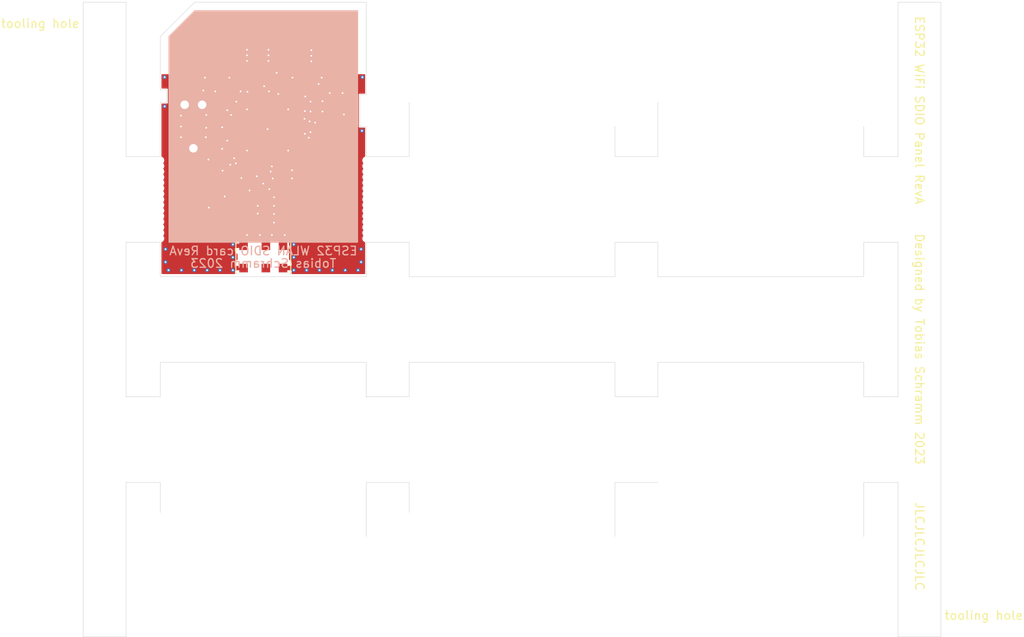
<source format=kicad_pcb>
(kicad_pcb (version 20211014) (generator pcbnew)
  (layers (0 "F.Cu" signal) (1 "In1.Cu" power "GND") (2 "In2.Cu" power "VCC") (31 "B.Cu" signal) (34 "B.Paste" user) (35 "F.Paste" user) (36 "B.SilkS" user "B.Silkscreen") (37 "F.SilkS" user "F.Silkscreen") (38 "B.Mask" user) (39 "F.Mask" user) (44 "Edge.Cuts" user))
  (net 0 "")
  (net 1 "/Adapter 1/EN")
  (net 2 "GND")
  (net 3 "+3V3")
  (net 4 "Net-(J1-Pad8)")
  (net 5 "/Adapter 1/DAT0")
  (net 6 "/Adapter 1/CLK")
  (net 7 "/Adapter 1/CMD")
  (net 8 "/Adapter 1/DAT3")
  (net 9 "/Adapter 1/DAT2")
  (net 10 "/Adapter 1/DAT1")
  (net 11 "Net-(J1-Pad9)")
  (net 12 "Net-(J1-Pad1)")
  (net 13 "Net-(J1-Pad2)")
  (net 14 "Net-(R12-Pad2)")
  (net 15 "Net-(J1-Pad5)")
  (net 16 "Net-(J1-Pad7)")
  (net 28 "/Adapter 1/IO0")
  (net 42 "/Adapter 1/RXD")
  (net 43 "/Adapter 1/TXD")
  (net 49 "Net-(AE1-Pad1)")
  (net 50 "Net-(R15-Pad1)")
  (net 51 "Net-(C8-Pad1)")
  (net 52 "Net-(J2-Pad1)")
  (footprint "Resistor_SMD:R_0402_1005Metric" (layer "F.Cu") (at 108.5 109.3 90)
    (fp_text reference "R7" hide)
    (fp_text value "33R")
  )
  (footprint "Connector_PCB_Edge_SD:SD" (layer "F.Cu") (at 105 100)
    (fp_text reference "J1" hide)
    (fp_text value "SD_Card")
    (fp_line (start 24 0) (end 24 10.8) (layer "Edge.Cuts") (width 0.05))
    (fp_line (start 0 4) (end 4 0) (layer "Edge.Cuts") (width 0.05))
    (fp_line (start 0.75 10.2) (end 0 10.2) (layer "Edge.Cuts") (width 0.05))
    (fp_line (start 0 11.7) (end 0.75 11.7) (layer "Edge.Cuts") (width 0.05))
    (fp_line (start 4 0) (end 24 0) (layer "Edge.Cuts") (width 0.05))
    (fp_line (start 0 10.2) (end 0 4) (layer "Edge.Cuts") (width 0.05))
    (fp_line (start 23.25 10.8) (end 23.25 14.5) (layer "Edge.Cuts") (width 0.05))
    (fp_line (start 24 10.8) (end 23.25 10.8) (layer "Edge.Cuts") (width 0.05))
    (fp_line (start 24 14.5) (end 23.25 14.5) (layer "Edge.Cuts") (width 0.05))
    (fp_line (start 0.75 11.7) (end 0.75 10.2) (layer "Edge.Cuts") (width 0.05))
  )
  (footprint "Perforation:Perforation_0.4mm" (layer "F.Cu") (at 105 127.55)
    (fp_text reference "H15" hide)
    (fp_text value "MountingHole" hide)
  )
  (footprint "Perforation:Perforation_0.4mm" (layer "F.Cu") (at 105 126.25)
    (fp_text reference "H13" hide)
    (fp_text value "MountingHole" hide)
  )
  (footprint "Perforation:Perforation_0.4mm" (layer "F.Cu") (at 105 124.95)
    (fp_text reference "H11" hide)
    (fp_text value "MountingHole" hide)
  )
  (footprint "Perforation:Perforation_0.4mm" (layer "F.Cu") (at 105 124.3)
    (fp_text reference "H10" hide)
    (fp_text value "MountingHole" hide)
  )
  (footprint "Perforation:Perforation_0.4mm" (layer "F.Cu") (at 105 123.65)
    (fp_text reference "H9" hide)
    (fp_text value "MountingHole" hide)
  )
  (footprint "Perforation:Perforation_0.4mm" (layer "F.Cu") (at 105 122.35)
    (fp_text reference "H7" hide)
    (fp_text value "MountingHole" hide)
  )
  (footprint "Perforation:Perforation_0.4mm" (layer "F.Cu") (at 105 126.9)
    (fp_text reference "H14" hide)
    (fp_text value "MountingHole" hide)
  )
  (footprint "Perforation:Perforation_0.4mm" (layer "F.Cu") (at 105 123)
    (fp_text reference "H8" hide)
    (fp_text value "MountingHole" hide)
  )
  (footprint "Perforation:Perforation_0.4mm" (layer "F.Cu") (at 105 125.6)
    (fp_text reference "H12" hide)
    (fp_text value "MountingHole" hide)
  )
  (footprint "Perforation:Perforation_0.4mm" (layer "F.Cu") (at 105 118.45)
    (fp_text reference "H1" hide)
    (fp_text value "MountingHole" hide)
  )
  (footprint "Perforation:Perforation_0.4mm" (layer "F.Cu") (at 129 121.05)
    (fp_text reference "H20" hide)
    (fp_text value "MountingHole" hide)
  )
  (footprint "Perforation:Perforation_0.4mm" (layer "F.Cu") (at 129 127.55)
    (fp_text reference "H30" hide)
    (fp_text value "MountingHole" hide)
  )
  (footprint "Perforation:Perforation_0.4mm" (layer "F.Cu") (at 129 126.9)
    (fp_text reference "H29" hide)
    (fp_text value "MountingHole" hide)
  )
  (footprint "Perforation:Perforation_0.4mm" (layer "F.Cu") (at 129 124.95)
    (fp_text reference "H26" hide)
    (fp_text value "MountingHole" hide)
  )
  (footprint "Perforation:Perforation_0.4mm" (layer "F.Cu") (at 129 123.65)
    (fp_text reference "H24" hide)
    (fp_text value "MountingHole" hide)
  )
  (footprint "Perforation:Perforation_0.4mm" (layer "F.Cu") (at 129 121.7)
    (fp_text reference "H21" hide)
    (fp_text value "MountingHole" hide)
  )
  (footprint "Perforation:Perforation_0.4mm" (layer "F.Cu") (at 129 124.3)
    (fp_text reference "H25" hide)
    (fp_text value "MountingHole" hide)
  )
  (footprint "Perforation:Perforation_0.4mm" (layer "F.Cu") (at 129 123)
    (fp_text reference "H23" hide)
    (fp_text value "MountingHole" hide)
  )
  (footprint "Perforation:Perforation_0.4mm" (layer "F.Cu") (at 129 126.25)
    (fp_text reference "H28" hide)
    (fp_text value "MountingHole" hide)
  )
  (footprint "Perforation:Perforation_0.4mm" (layer "F.Cu") (at 129 119.1)
    (fp_text reference "H17" hide)
    (fp_text value "MountingHole" hide)
  )
  (footprint "Perforation:Perforation_0.4mm" (layer "F.Cu") (at 129 120.4)
    (fp_text reference "H19" hide)
    (fp_text value "MountingHole" hide)
  )
  (footprint "Perforation:Perforation_0.4mm" (layer "F.Cu") (at 129 125.6)
    (fp_text reference "H27" hide)
    (fp_text value "MountingHole" hide)
  )
  (footprint "Perforation:Perforation_0.4mm" (layer "F.Cu") (at 129 119.75)
    (fp_text reference "H18" hide)
    (fp_text value "MountingHole" hide)
  )
  (footprint "Perforation:Perforation_0.4mm" (layer "F.Cu") (at 129 122.35)
    (fp_text reference "H22" hide)
    (fp_text value "MountingHole" hide)
  )
  (footprint "ToolingHole:ToolingHole_JLCSMT" (layer "F.Cu") (at 98.5 102.5)
    (fp_text reference "H181" hide)
    (fp_text value "MountingHole")
  )
  (footprint "ToolingHole:ToolingHole_JLCSMT" (layer "F.Cu") (at 193.5 171.5)
    (fp_text reference "H182" hide)
    (fp_text value "MountingHole")
  )
  (footprint "Resistor_SMD:R_0402_1005Metric" (layer "F.Cu") (at 115.6 120.76826 -45)
    (fp_text reference "R15" hide)
    (fp_text value "0R")
  )
  (footprint "Capacitor_SMD:C_0402_1005Metric" (layer "F.Cu") (at 112.8 111.6 90)
    (fp_text reference "C7" hide)
    (fp_text value "100nF")
  )
  (footprint "Icons:wlan_sd" (layer "F.Cu") (at 123.25 123.15)
    (fp_text reference "G***" hide)
    (fp_text value "LOGO" hide)
  )
  (footprint "Capacitor_SMD:C_0402_1005Metric" (layer "F.Cu") (at 119.25 119.6)
    (fp_text reference "C1" hide)
    (fp_text value "100nF")
  )
  (footprint "Resistor_SMD:R_0402_1005Metric" (layer "F.Cu") (at 111.4 109.3 90)
    (fp_text reference "R2" hide)
    (fp_text value "33R")
  )
  (footprint "Resistor_SMD:R_0402_1005Metric" (layer "F.Cu") (at 119.25 120.55 180)
    (fp_text reference "R11" hide)
    (fp_text value "10k")
  )
  (footprint "Capacitor_SMD:C_0402_1005Metric" (layer "F.Cu") (at 113.8 119.6 180)
    (fp_text reference "C4" hide)
    (fp_text value "2.2uF")
  )
  (footprint "Resistor_SMD:R_0402_1005Metric" (layer "F.Cu") (at 109.5 109.3 -90)
    (fp_text reference "R6" hide)
    (fp_text value "10k")
  )
  (footprint "Resistor_SMD:R_0402_1005Metric" (layer "F.Cu") (at 115.43994 121.16826 180)
    (fp_text reference "R16" hide)
    (fp_text value "0R")
  )
  (footprint "Resistor_SMD:R_0402_1005Metric" (layer "F.Cu") (at 125.5 109.3 90)
    (fp_text reference "R5" hide)
    (fp_text value "33R")
  )
  (footprint "TestPoint:TestPoint_Pad_D1.0mm" (layer "F.Cu") (at 126.4 113.1)
    (fp_text reference "TP1" hide)
    (fp_text value "RESET")
  )
  (footprint "Resistor_SMD:R_0402_1005Metric" (layer "F.Cu") (at 112.4 109.3 -90)
    (fp_text reference "R8" hide)
    (fp_text value "10k")
  )
  (footprint "Perforation:Perforation_0.4mm" (layer "F.Cu") (at 105 121.05)
    (fp_text reference "H5" hide)
    (fp_text value "MountingHole" hide)
  )
  (footprint "Resistor_SMD:R_0402_1005Metric" (layer "F.Cu") (at 121.52 109.3 90)
    (fp_text reference "R12" hide)
    (fp_text value "10k")
  )
  (footprint "Capacitor_SMD:C_0402_1005Metric" (layer "F.Cu") (at 116.8 125.7 180)
    (fp_text reference "C9" hide)
    (fp_text value "DNP")
  )
  (footprint "Connector_Coaxial:U.FL_Hirose_U.FL-R-SMT-1_Vertical" (layer "F.Cu") (at 111.1 121.15 180)
    (fp_text reference "J2" hide)
    (fp_text value "Conn_Coaxial")
  )
  (footprint "Resistor_SMD:R_0402_1005Metric" (layer "F.Cu") (at 118.57 109.3 -90)
    (fp_text reference "R9" hide)
    (fp_text value "10k")
  )
  (footprint "Perforation:Perforation_0.4mm" (layer "F.Cu") (at 105 121.7)
    (fp_text reference "H6" hide)
    (fp_text value "MountingHole" hide)
  )
  (footprint "Package_DFN_QFN:QFN-48-1EP_7x7mm_P0.5mm_EP5.3x5.3mm" (layer "F.Cu") (at 117.5 114.9 90)
    (fp_text reference "U1" hide)
    (fp_text value "ESP32-PICO-D4")
  )
  (footprint "Perforation:Perforation_0.4mm" (layer "F.Cu") (at 105 119.1)
    (fp_text reference "H2" hide)
    (fp_text value "MountingHole" hide)
  )
  (footprint "Resistor_SMD:R_0402_1005Metric" (layer "F.Cu") (at 124.5 109.3 -90)
    (fp_text reference "R10" hide)
    (fp_text value "10k")
  )
  (footprint "Capacitor_SMD:C_0402_1005Metric" (layer "F.Cu") (at 112.8 115.1 -90)
    (fp_text reference "C6" hide)
    (fp_text value "2.2uF")
  )
  (footprint "Capacitor_SMD:C_0402_1005Metric" (layer "F.Cu") (at 112.8 117.6 -90)
    (fp_text reference "C5" hide)
    (fp_text value "2.2uF")
  )
  (footprint "Resistor_SMD:R_0402_1005Metric" (layer "F.Cu") (at 119.57 109.3 90)
    (fp_text reference "R1" hide)
    (fp_text value "33R")
  )
  (footprint "Resistor_SMD:R_0402_1005Metric" (layer "F.Cu") (at 114.37 109.3 90)
    (fp_text reference "R4" hide)
    (fp_text value "33R")
  )
  (footprint "Resistor_SMD:R_0402_1005Metric" (layer "F.Cu") (at 122.52 109.3 90)
    (fp_text reference "R3" hide)
    (fp_text value "33R")
  )
  (footprint "Capacitor_SMD:C_0402_1005Metric" (layer "F.Cu") (at 122.6 114.65)
    (fp_text reference "C2" hide)
    (fp_text value "2.2uF")
  )
  (footprint "Perforation:Perforation_0.4mm" (layer "F.Cu") (at 105 120.4)
    (fp_text reference "H4" hide)
    (fp_text value "MountingHole" hide)
  )
  (footprint "Resistor_SMD:R_0402_1005Metric" (layer "F.Cu") (at 116.37 109.3 -90)
    (fp_text reference "R14" hide)
    (fp_text value "10k")
  )
  (footprint "Capacitor_SMD:C_0402_1005Metric" (layer "F.Cu") (at 116.7 119.6)
    (fp_text reference "C3" hide)
    (fp_text value "2.2uF")
  )
  (footprint "Perforation:Perforation_0.4mm" (layer "F.Cu") (at 105 119.75)
    (fp_text reference "H3" hide)
    (fp_text value "MountingHole" hide)
  )
  (footprint "Perforation:Perforation_0.4mm" (layer "F.Cu") (at 129 118.45)
    (fp_text reference "H16" hide)
    (fp_text value "MountingHole" hide)
  )
  (footprint "Capacitor_SMD:C_0402_1005Metric" (layer "F.Cu") (at 116.8 122.7 180)
    (fp_text reference "C8" hide)
    (fp_text value "DNP")
  )
  (footprint "Antenna_antenova:SR4W035" (layer "F.Cu") (at 117 129.7 180)
    (fp_text reference "AE1" hide)
    (fp_text value "Antenna_Chip")
  )
  (footprint "Inductor_SMD:L_0402_1005Metric" (layer "F.Cu") (at 117.3 124.2 -90)
    (fp_text reference "L1" hide)
    (fp_text value "0R")
  )
  (footprint "Connector:Tag-Connect_TC2030-IDC-NL_2x03_P1.27mm_Vertical" (layer "F.Cu") (at 108.85 114.5 90)
    (fp_text reference "U2" hide)
    (fp_text value "TagConnect_TC2030_ESP32")
  )
  (footprint "Resistor_SMD:R_0402_1005Metric" (layer "F.Cu") (at 115.37 109.3 -90)
    (fp_text reference "R13" hide)
    (fp_text value "10k")
  )
  (gr_poly (pts (xy 128 128) (xy 106 128) (xy 106 104) (xy 109 101) (xy 128 101)) (layer "B.SilkS") (width 0.1) (fill solid))
  (gr_circle (center 114.8 119.1) (end 115.05 119.1) (layer "F.SilkS") (width 0.12) (fill solid))
  (gr_line (start 101 156) (end 105 156) (layer "Edge.Cuts") (width 0.05))
  (gr_line (start 101 128) (end 105 128) (layer "Edge.Cuts") (width 0.05))
  (gr_line (start 101 118) (end 101 100) (layer "Edge.Cuts") (width 0.05))
  (gr_line (start 129 118) (end 134 118) (layer "Edge.Cuts") (width 0.05))
  (gr_line (start 129 128) (end 134 128) (layer "Edge.Cuts") (width 0.05))
  (gr_line (start 158 156) (end 163 156) (layer "Edge.Cuts") (width 0.05))
  (gr_line (start 158 146) (end 163 146) (layer "Edge.Cuts") (width 0.05))
  (gr_line (start 191 100) (end 196 100) (layer "Edge.Cuts") (width 0.05))
  (gr_line (start 196 100) (end 196 174) (layer "Edge.Cuts") (width 0.05))
  (gr_line (start 187 146) (end 191 146) (layer "Edge.Cuts") (width 0.05))
  (gr_line (start 191 156) (end 187 156) (layer "Edge.Cuts") (width 0.05))
  (gr_line (start 196 174) (end 191 174) (layer "Edge.Cuts") (width 0.05))
  (gr_line (start 187 118) (end 191 118) (layer "Edge.Cuts") (width 0.05))
  (gr_line (start 191 174) (end 191 156) (layer "Edge.Cuts") (width 0.05))
  (gr_line (start 191 128) (end 187 128) (layer "Edge.Cuts") (width 0.05))
  (gr_line (start 191 118) (end 191 100) (layer "Edge.Cuts") (width 0.05))
  (gr_line (start 191 146) (end 191 128) (layer "Edge.Cuts") (width 0.05))
  (gr_line (start 129 114.5) (end 129 118) (layer "Edge.Cuts") (width 0.05))
  (gr_line (start 187 132) (end 163 132) (layer "Edge.Cuts") (width 0.05))
  (gr_line (start 101 146) (end 101 128) (layer "Edge.Cuts") (width 0.05))
  (gr_line (start 96 174) (end 101 174) (layer "Edge.Cuts") (width 0.05))
  (gr_line (start 163 118) (end 163 111.7) (layer "Edge.Cuts") (width 0.05))
  (gr_line (start 158 156) (end 158 162.3) (layer "Edge.Cuts") (width 0.05))
  (gr_line (start 129 156) (end 129 162.3) (layer "Edge.Cuts") (width 0.05))
  (gr_line (start 158 128) (end 158 132) (layer "Edge.Cuts") (width 0.05))
  (gr_line (start 129 156) (end 134 156) (layer "Edge.Cuts") (width 0.05))
  (gr_line (start 105 118) (end 105 111.7) (layer "Edge.Cuts") (width 0.05))
  (gr_line (start 105 146.000001) (end 105.000001 142) (layer "Edge.Cuts") (width 0.05))
  (gr_line (start 134 146) (end 134 142) (layer "Edge.Cuts") (width 0.05))
  (gr_line (start 187 114.5) (end 187 118) (layer "Edge.Cuts") (width 0.05))
  (gr_line (start 101 174) (end 101 156) (layer "Edge.Cuts") (width 0.05))
  (gr_line (start 158 132) (end 134 132) (layer "Edge.Cuts") (width 0.05))
  (gr_line (start 96 100) (end 96 174) (layer "Edge.Cuts") (width 0.05))
  (gr_line (start 129 142) (end 129 146) (layer "Edge.Cuts") (width 0.05))
  (gr_line (start 134 159.5) (end 134 156) (layer "Edge.Cuts") (width 0.05))
  (gr_line (start 187 142) (end 187 146) (layer "Edge.Cuts") (width 0.05))
  (gr_line (start 105 118) (end 101 118) (layer "Edge.Cuts") (width 0.05))
  (gr_line (start 158 142) (end 158 146) (layer "Edge.Cuts") (width 0.05))
  (gr_line (start 158 118) (end 163 118) (layer "Edge.Cuts") (width 0.05))
  (gr_line (start 158 114.5) (end 158 118) (layer "Edge.Cuts") (width 0.05))
  (gr_line (start 101 100) (end 96 100) (layer "Edge.Cuts") (width 0.05))
  (gr_line (start 134 142) (end 158 142) (layer "Edge.Cuts") (width 0.05))
  (gr_line (start 105 146) (end 101 146) (layer "Edge.Cuts") (width 0.05))
  (gr_line (start 163 142) (end 187 142) (layer "Edge.Cuts") (width 0.05))
  (gr_line (start 129 146) (end 134 146) (layer "Edge.Cuts") (width 0.05))
  (gr_line (start 105 159.5) (end 105.000001 156) (layer "Edge.Cuts") (width 0.05))
  (gr_line (start 163 146) (end 163 142) (layer "Edge.Cuts") (width 0.05))
  (gr_line (start 187 128) (end 187 132) (layer "Edge.Cuts") (width 0.05))
  (gr_line (start 105 132) (end 105 128) (layer "Edge.Cuts") (width 0.05))
  (gr_line (start 158 128) (end 163 128) (layer "Edge.Cuts") (width 0.05))
  (gr_line (start 129 128) (end 129 132) (layer "Edge.Cuts") (width 0.05))
  (gr_line (start 105.000001 142) (end 129 142) (layer "Edge.Cuts") (width 0.05))
  (gr_line (start 163 132) (end 163 128) (layer "Edge.Cuts") (width 0.05))
  (gr_line (start 129 132) (end 105 132) (layer "Edge.Cuts") (width 0.05))
  (gr_line (start 187 156) (end 187 162.3) (layer "Edge.Cuts") (width 0.05))
  (gr_line (start 134 118) (end 134 111.7) (layer "Edge.Cuts") (width 0.05))
  (gr_line (start 134 132) (end 134 128) (layer "Edge.Cuts") (width 0.05))
  (gr_text "ESP32 WLAN SDIO card RevA" (at 117 129) (layer "B.SilkS") (effects (font (size 1 1)) (justify mirror)))
  (gr_text "Tobias Schramm 2023" (at 117 130.45) (layer "B.SilkS") (effects (font (size 1 1)) (justify mirror)))
  (gr_text "JLCJLCJLCJLC" (at 193.5 163.45 270) (layer "F.SilkS") (effects (font (size 1 1))))
  (gr_text "ESP32 WiFi SDIO Panel RevA" (at 193.5 112.6 270) (layer "F.SilkS") (effects (font (size 1 1))))
  (gr_text "Designed by Tobias Schramm 2023" (at 193.5 140.45 270) (layer "F.SilkS") (effects (font (size 1 1))))
  (segment (start 110.28 115.77) (end 110.3 115.75) (width 0.127) (layer "F.Cu") (net 1))
  (segment (start 118.75 120.6) (end 118.7 120.65) (width 0.127) (layer "F.Cu") (net 1))
  (segment (start 109.485 115.77) (end 110.28 115.77) (width 0.127) (layer "F.Cu") (net 1))
  (segment (start 118.75 118.35) (end 118.75 120.6) (width 0.127) (layer "F.Cu") (net 1))
  (segment (start 118.74 120.55) (end 118.1 120.55) (width 0.127) (layer "F.Cu") (net 1))
  (via (at 126.4 113.1) (size 0.45) (drill 0.2) (layers "F.Cu" "B.Cu") (net 1))
  (via (at 110.3 115.75) (size 0.45) (drill 0.2) (layers "F.Cu" "B.Cu") (net 1))
  (via (at 118.1 120.55) (size 0.45) (drill 0.2) (layers "F.Cu" "B.Cu") (net 1))
  (segment (start 116.75 119.65) (end 112.9 119.65) (width 0.127) (layer "B.Cu") (net 1))
  (segment (start 110.3 115.75) (end 110.3 117.05) (width 0.127) (layer "B.Cu") (net 1))
  (segment (start 110.3 117.05) (end 112.9 119.65) (width 0.127) (layer "B.Cu") (net 1))
  (segment (start 126.4 113.1) (end 120.9 118.6) (width 0.09) (layer "B.Cu") (net 1))
  (segment (start 117.65 120.55) (end 116.75 119.65) (width 0.127) (layer "B.Cu") (net 1))
  (segment (start 118.1 120.55) (end 120.05 118.6) (width 0.09) (layer "B.Cu") (net 1))
  (segment (start 120.9 118.6) (end 120.35 118.6) (width 0.09) (layer "B.Cu") (net 1))
  (segment (start 120.05 118.6) (end 120.35 118.6) (width 0.09) (layer "B.Cu") (net 1))
  (segment (start 118.1 120.55) (end 117.65 120.55) (width 0.127) (layer "B.Cu") (net 1))
  (segment (start 117.7 119.6) (end 117.85 119.75) (width 0.127) (layer "F.Cu") (net 2))
  (segment (start 117.18 119.6) (end 117.7 119.6) (width 0.127) (layer "F.Cu") (net 2))
  (segment (start 113.37 111.12) (end 113.85 111.6) (width 0.127) (layer "F.Cu") (net 2))
  (segment (start 123.08 114.65) (end 123.08 114.08) (width 0.127) (layer "F.Cu") (net 2))
  (segment (start 119.73 119.6) (end 120.35 119.6) (width 0.127) (layer "F.Cu") (net 2))
  (segment (start 114.7 128.4) (end 114.7 126.6) (width 0.5) (layer "F.Cu") (net 2))
  (segment (start 121.7 131) (end 121.75 131.05) (width 0.5) (layer "F.Cu") (net 2))
  (segment (start 113.32 119.12) (end 113.15 118.95) (width 0.127) (layer "F.Cu") (net 2))
  (segment (start 113.48 118.08) (end 113.6 118.2) (width 0.127) (layer "F.Cu") (net 2))
  (segment (start 112.8 118.08) (end 113.48 118.08) (width 0.127) (layer "F.Cu") (net 2))
  (segment (start 112.8 111.12) (end 113.37 111.12) (width 0.127) (layer "F.Cu") (net 2))
  (segment (start 114.7 128.4) (end 112.35 128.4) (width 0.5) (layer "F.Cu") (net 2))
  (segment (start 122.6 105.6) (end 122.6 106.25) (width 0.5) (layer "F.Cu") (net 2))
  (segment (start 116.37 109.81) (end 117.09 109.81) (width 0.127) (layer "F.Cu") (net 2))
  (segment (start 108.215 114.5) (end 107.4 114.5) (width 0.127) (layer "F.Cu") (net 2))
  (segment (start 114.7 131) (end 112.8 131) (width 0.5) (layer "F.Cu") (net 2))
  (segment (start 113.32 119.6) (end 113.32 119.12) (width 0.127) (layer "F.Cu") (net 2))
  (segment (start 115.1 103.1) (end 115.1 105.55) (width 0.5) (layer "F.Cu") (net 2))
  (segment (start 117.09 109.81) (end 117.1 109.8) (width 0.127) (layer "F.Cu") (net 2))
  (segment (start 115.1 105.55) (end 115.1 106.2) (width 0.5) (layer "F.Cu") (net 2))
  (segment (start 122.6 103.15) (end 122.6 105.6) (width 0.5) (layer "F.Cu") (net 2))
  (segment (start 122.6 106.25) (end 122.6 106.9) (width 0.5) (layer "F.Cu") (net 2))
  (segment (start 123.08 114.08) (end 123.05 114.05) (width 0.127) (layer "F.Cu") (net 2))
  (segment (start 112.35 128.4) (end 112.3 128.35) (width 0.5) (layer "F.Cu") (net 2))
  (segment (start 119.3 131) (end 121.7 131) (width 0.5) (layer "F.Cu") (net 2))
  (segment (start 112.8 115.58) (end 112.8 116.15) (width 0.127) (layer "F.Cu") (net 2))
  (segment (start 115.1 106.2) (end 115.1 106.85) (width 0.5) (layer "F.Cu") (net 2))
  (via (at 128.05 131.25) (size 0.45) (drill 0.2) (layers "F.Cu" "B.Cu") (net 2))
  (via (at 123.05 114.05) (size 0.45) (drill 0.2) (layers "F.Cu" "B.Cu") (net 2))
  (via (at 122.05 131.25) (size 0.45) (drill 0.2) (layers "F.Cu" "B.Cu") (net 2))
  (via (at 119.5 127.15) (size 0.45) (drill 0.2) (layers "F.Cu" "B.Cu") (net 2))
  (via (at 113.15 118.95) (size 0.45) (drill 0.2) (layers "F.Cu" "B.Cu") (net 2))
  (via (at 117.65 110.4) (size 0.45) (drill 0.2) (layers "F.Cu" "B.Cu") (net 2))
  (via (at 108.95 131.25) (size 0.45) (drill 0.2) (layers "F.Cu" "B.Cu") (net 2))
  (via (at 111.95 131.25) (size 0.45) (drill 0.2) (layers "F.Cu" "B.Cu") (net 2))
  (via (at 117.7 121.8) (size 0.45) (drill 0.2) (layers "F.Cu" "B.Cu") (net 2))
  (via (at 118.25 123.75) (size 0.45) (drill 0.2) (layers "F.Cu" "B.Cu") (net 2))
  (via (at 123.55 131.25) (size 0.45) (drill 0.2) (layers "F.Cu" "B.Cu") (net 2))
  (via (at 120.55 129.75) (size 0.45) (drill 0.2) (layers "F.Cu" "B.Cu") (net 2))
  (via (at 126.55 131.25) (size 0.45) (drill 0.2) (layers "F.Cu" "B.Cu") (net 2))
  (via (at 105.95 131.25) (size 0.45) (drill 0.2) (layers "F.Cu" "B.Cu") (net 2))
  (via (at 120.55 128.25) (size 0.45) (drill 0.2) (layers "F.Cu" "B.Cu") (net 2))
  (via (at 112.8 116.15) (size 0.45) (drill 0.2) (layers "F.Cu" "B.Cu") (net 2))
  (via (at 116.6 127.15) (size 0.45) (drill 0.2) (layers "F.Cu" "B.Cu") (net 2))
  (via (at 116.25 120.3) (size 0.45) (drill 0.2) (layers "F.Cu" "B.Cu") (net 2))
  (via (at 110.35 113.15) (size 0.45) (drill 0.2) (layers "F.Cu" "B.Cu") (net 2))
  (via (at 115.1 106.2) (size 0.45) (drill 0.2) (layers "F.Cu" "B.Cu") (net 2))
  (via (at 126.25 110.6) (size 0.45) (drill 0.2) (layers "F.Cu" "B.Cu") (net 2))
  (via (at 110.35 114.65) (size 0.45) (drill 0.2) (layers "F.Cu" "B.Cu") (net 2))
  (via (at 122.6 106.25) (size 0.45) (drill 0.2) (layers "F.Cu" "B.Cu") (net 2))
  (via (at 123.9 112.75) (size 0.45) (drill 0.2) (layers "F.Cu" "B.Cu") (net 2))
  (via (at 105.6 130.3) (size 0.45) (drill 0.2) (layers "F.Cu" "B.Cu") (net 2))
  (via (at 115.15 110.45) (size 0.45) (drill 0.2) (layers "F.Cu" "B.Cu") (net 2))
  (via (at 105.5 108.75) (size 0.45) (drill 0.2) (layers "F.Cu" "B.Cu") (net 2))
  (via (at 115.4 121.95) (size 0.45) (drill 0.2) (layers "F.Cu" "B.Cu") (net 2))
  (via (at 117.1 109.8) (size 0.45) (drill 0.2) (layers "F.Cu" "B.Cu") (net 2))
  (via (at 113.85 111.6) (size 0.45) (drill 0.2) (layers "F.Cu" "B.Cu") (net 2))
  (via (at 112.5 122.65) (size 0.45) (drill 0.2) (layers "F.Cu" "B.Cu") (net 2))
  (via (at 107.4 114.5) (size 0.45) (drill 0.2) (layers "F.Cu" "B.Cu") (net 2))
  (via (at 117 121.15) (size 0.45) (drill 0.2) (layers "F.Cu" "B.Cu") (net 2))
  (via (at 113.45 128.25) (size 0.45) (drill 0.2) (layers "F.Cu" "B.Cu") (net 2))
  (via (at 105.5 112.15) (size 0.45) (drill 0.2) (layers "F.Cu" "B.Cu") (net 2))
  (via (at 115.1 127.15) (size 0.45) (drill 0.2) (layers "F.Cu" "B.Cu") (net 2))
  (via (at 120.35 119.6) (size 0.45) (drill 0.2) (layers "F.Cu" "B.Cu") (net 2))
  (via (at 117.85 119.75) (size 0.45) (drill 0.2) (layers "F.Cu" "B.Cu") (net 2))
  (via (at 123.45 109.55) (size 0.45) (drill 0.2) (layers "F.Cu" "B.Cu") (net 2))
  (via (at 122.6 105.6) (size 0.45) (drill 0.2) (layers "F.Cu" "B.Cu") (net 2))
  (via (at 123.9 111.55) (size 0.45) (drill 0.2) (layers "F.Cu" "B.Cu") (net 2))
  (via (at 119.9 112.5) (size 0.45) (drill 0.2) (layers "F.Cu" "B.Cu") (net 2))
  (via (at 122.6 106.9) (size 0.45) (drill 0.2) (layers "F.Cu" "B.Cu") (net 2))
  (via (at 113.25 113.15) (size 0.45) (drill 0.2) (layers "F.Cu" "B.Cu") (net 2))
  (via (at 128.5 115) (size 0.45) (drill 0.2) (layers "F.Cu" "B.Cu") (net 2))
  (via (at 107.45 131.25) (size 0.45) (drill 0.2) (layers "F.Cu" "B.Cu") (net 2))
  (via (at 117.5 114.8) (size 0.45) (drill 0.2) (layers "F.Cu" "B.Cu") (net 2))
  (via (at 115.1 106.85) (size 0.45) (drill 0.2) (layers "F.Cu" "B.Cu") (net 2))
  (via (at 119.9 117.3) (size 0.45) (drill 0.2) (layers "F.Cu" "B.Cu") (net 2))
  (via (at 125.05 131.25) (size 0.45) (drill 0.2) (layers "F.Cu" "B.Cu") (net 2))
  (via (at 112.25 119.65) (size 0.45) (drill 0.2) (layers "F.Cu" "B.Cu") (net 2))
  (via (at 116.35 123.75) (size 0.45) (drill 0.2) (layers "F.Cu" "B.Cu") (net 2))
  (via (at 118.25 125.7) (size 0.45) (drill 0.2) (layers "F.Cu" "B.Cu") (net 2))
  (via (at 115.1 117.3) (size 0.45) (drill 0.2) (layers "F.Cu" "B.Cu") (net 2))
  (via (at 110.6 118.35) (size 0.45) (drill 0.2) (layers "F.Cu" "B.Cu") (net 2))
  (via (at 118.25 124.7) (size 0.45) (drill 0.2) (layers "F.Cu" "B.Cu") (net 2))
  (via (at 113.45 131.25) (size 0.45) (drill 0.2) (layers "F.Cu" "B.Cu") (net 2))
  (via (at 113.45 129.75) (size 0.45) (drill 0.2) (layers "F.Cu" "B.Cu") (net 2))
  (via (at 110.65 123.95) (size 0.45) (drill 0.2) (layers "F.Cu" "B.Cu") (net 2))
  (via (at 115.1 112.5) (size 0.45) (drill 0.2) (layers "F.Cu" "B.Cu") (net 2))
  (via (at 128.4 130.3) (size 0.45) (drill 0.2) (layers "F.Cu" "B.Cu") (net 2))
  (via (at 128.55 108.75) (size 0.45) (drill 0.2) (layers "F.Cu" "B.Cu") (net 2))
  (via (at 105.6 128.8) (size 0.45) (drill 0.2) (layers "F.Cu" "B.Cu") (net 2))
  (via (at 128.4 128.8) (size 0.45) (drill 0.2) (layers "F.Cu" "B.Cu") (net 2))
  (via (at 120.55 131.25) (size 0.45) (drill 0.2) (layers "F.Cu" "B.Cu") (net 2))
  (via (at 116.35 124.65) (size 0.45) (drill 0.2) (layers "F.Cu" "B.Cu") (net 2))
  (via (at 118.25 122.75) (size 0.45) (drill 0.2) (layers "F.Cu" "B.Cu") (net 2))
  (via (at 124.75 110.6) (size 0.45) (drill 0.2) (layers "F.Cu" "B.Cu") (net 2))
  (via (at 110.45 131.25) (size 0.45) (drill 0.2) (layers "F.Cu" "B.Cu") (net 2))
  (via (at 113.6 118.2) (size 0.45) (drill 0.2) (layers "F.Cu" "B.Cu") (net 2))
  (via (at 115.1 105.55) (size 0.45) (drill 0.2) (layers "F.Cu" "B.Cu") (net 2))
  (via (at 118 127.15) (size 0.45) (drill 0.2) (layers "F.Cu" "B.Cu") (net 2))
  (via (at 114.45 120.5) (size 0.45) (drill 0.2) (layers "F.Cu" "B.Cu") (net 2))
  (segment (start 114.5 118.35) (end 114.75 118.35) (width 0.127) (layer "F.Cu") (net 3))
  (segment (start 114.28 118.57) (end 114.5 118.35) (width 0.127) (layer "F.Cu") (net 3))
  (segment (start 116.25 119.6) (end 116.2 119.65) (width 0.127) (layer "F.Cu") (net 3))
  (segment (start 112.22 114.62) (end 112.2 114.6) (width 0.127) (layer "F.Cu") (net 3))
  (segment (start 122.12 114.65) (end 122.12 114.77) (width 0.127) (layer "F.Cu") (net 3))
  (segment (start 115.75 118.35) (end 116.25 118.35) (width 0.127) (layer "F.Cu") (net 3))
  (segment (start 114.05 112.15) (end 112.85 112.15) (width 0.127) (layer "F.Cu") (net 3))
  (segment (start 109.5 108.79) (end 110.19 108.79) (width 0.127) (layer "F.Cu") (net 3))
  (segment (start 116.25 118.35) (end 116.25 119.6) (width 0.127) (layer "F.Cu") (net 3))
  (segment (start 107.42 115.77) (end 107.4 115.75) (width 0.127) (layer "F.Cu") (net 3))
  (segment (start 114.05 116.65) (end 113.3 116.65) (width 0.127) (layer "F.Cu") (net 3))
  (segment (start 114 119.3) (end 113.8 119.1) (width 0.127) (layer "F.Cu") (net 3))
  (segment (start 114.05 115.15) (end 113.35 115.15) (width 0.127) (layer "F.Cu") (net 3))
  (segment (start 112.8 112.08) (end 112.8 112.6) (width 0.127) (layer "F.Cu") (net 3))
  (segment (start 117.9 119.05) (end 118 119.15) (width 0.127) (layer "F.Cu") (net 3))
  (segment (start 112.8 117.12) (end 112.22 117.12) (width 0.127) (layer "F.Cu") (net 3))
  (segment (start 114.28 119.6) (end 114.28 119.58) (width 0.127) (layer "F.Cu") (net 3))
  (segment (start 122.12 114.65) (end 120.95 114.65) (width 0.127) (layer "F.Cu") (net 3))
  (segment (start 117.65 119.05) (end 117.9 119.05) (width 0.127) (layer "F.Cu") (net 3))
  (segment (start 110.19 108.79) (end 110.2 108.8) (width 0.127) (layer "F.Cu") (net 3))
  (segment (start 124.5 108.79) (end 123.81 108.79) (width 0.127) (layer "F.Cu") (net 3))
  (segment (start 117.6 106.2) (end 117.6 106.85) (width 0.5) (layer "F.Cu") (net 3))
  (segment (start 117.6 105.55) (end 117.6 106.2) (width 0.5) (layer "F.Cu") (net 3))
  (segment (start 114.28 119.6) (end 114.28 118.57) (width 0.127) (layer "F.Cu") (net 3))
  (segment (start 112.8 114.62) (end 112.22 114.62) (width 0.127) (layer "F.Cu") (net 3))
  (segment (start 114.28 119.58) (end 114 119.3) (width 0.127) (layer "F.Cu") (net 3))
  (segment (start 108.215 115.77) (end 107.42 115.77) (width 0.127) (layer "F.Cu") (net 3))
  (segment (start 118.57 108.27) (end 118.55 108.25) (width 0.127) (layer "F.Cu") (net 3))
  (segment (start 112.8 112.08) (end 112.82 112.08) (width 0.127) (layer "F.Cu") (net 3))
  (segment (start 113.35 115.15) (end 112.8 114.6) (width 0.127) (layer "F.Cu") (net 3))
  (segment (start 112.22 117.12) (end 112.2 117.1) (width 0.127) (layer "F.Cu") (net 3))
  (segment (start 112.85 112.15) (end 112.8 112.1) (width 0.127) (layer "F.Cu") (net 3))
  (segment (start 113.04 108.79) (end 113.05 108.8) (width 0.127) (layer "F.Cu") (net 3))
  (segment (start 113.8 119.1) (end 113.8 118.8) (width 0.127) (layer "F.Cu") (net 3))
  (segment (start 119.76 120.55) (end 120.35 120.55) (width 0.127) (layer "F.Cu") (net 3))
  (segment (start 123.81 108.79) (end 123.8 108.8) (width 0.127) (layer "F.Cu") (net 3))
  (segment (start 118.57 108.79) (end 118.57 108.27) (width 0.127) (layer "F.Cu") (net 3))
  (segment (start 122.12 114.65) (end 122.12 114.63) (width 0.127) (layer "F.Cu") (net 3))
  (segment (start 113.3 116.65) (end 112.8 117.15) (width 0.127) (layer "F.Cu") (net 3))
  (segment (start 112.4 108.79) (end 113.04 108.79) (width 0.127) (layer "F.Cu") (net 3))
  (segment (start 116.22 119.6) (end 116.77 119.05) (width 0.127) (layer "F.Cu") (net 3))
  (segment (start 116.77 119.05) (end 117.65 119.05) (width 0.127) (layer "F.Cu") (net 3))
  (segment (start 117.6 103.1) (end 117.6 105.55) (width 0.5) (layer "F.Cu") (net 3))
  (segment (start 122.12 114.77) (end 122.5 115.15) (width 0.127) (layer "F.Cu") (net 3))
  (via (at 110.2 108.8) (size 0.45) (drill 0.2) (layers "F.Cu" "B.Cu") (net 3))
  (via (at 117.6 106.85) (size 0.45) (drill 0.2) (layers "F.Cu" "B.Cu") (net 3))
  (via (at 112.8 112.6) (size 0.45) (drill 0.2) (layers "F.Cu" "B.Cu") (net 3))
  (via (at 123.8 108.8) (size 0.45) (drill 0.2) (layers "F.Cu" "B.Cu") (net 3))
  (via (at 117.6 106.2) (size 0.45) (drill 0.2) (layers "F.Cu" "B.Cu") (net 3))
  (via (at 112.2 117.1) (size 0.45) (drill 0.2) (layers "F.Cu" "B.Cu") (net 3))
  (via (at 118.55 108.25) (size 0.45) (drill 0.2) (layers "F.Cu" "B.Cu") (net 3))
  (via (at 122.5 115.15) (size 0.45) (drill 0.2) (layers "F.Cu" "B.Cu") (net 3))
  (via (at 120.35 120.55) (size 0.45) (drill 0.2) (layers "F.Cu" "B.Cu") (net 3))
  (via (at 113.8 118.8) (size 0.45) (drill 0.2) (layers "F.Cu" "B.Cu") (net 3))
  (via (at 117.6 105.55) (size 0.45) (drill 0.2) (layers "F.Cu" "B.Cu") (net 3))
  (via (at 113.05 108.8) (size 0.45) (drill 0.2) (layers "F.Cu" "B.Cu") (net 3))
  (via (at 118 119.15) (size 0.45) (drill 0.2) (layers "F.Cu" "B.Cu") (net 3))
  (via (at 112.2 114.6) (size 0.45) (drill 0.2) (layers "F.Cu" "B.Cu") (net 3))
  (via (at 107.4 115.75) (size 0.45) (drill 0.2) (layers "F.Cu" "B.Cu") (net 3))
  (segment (start 125.5 106.75) (end 125.5 108.8) (width 0.3) (layer "F.Cu") (net 4))
  (segment (start 126.7 105.55) (end 125.5 106.75) (width 0.3) (layer "F.Cu") (net 4))
  (segment (start 126.7 103.15) (end 126.7 105.55) (width 0.3) (layer "F.Cu") (net 4))
  (segment (start 122.52 111.58) (end 122.5 111.6) (width 0.3) (layer "F.Cu") (net 5))
  (segment (start 122.1 113.15) (end 122.5 112.75) (width 0.127) (layer "F.Cu") (net 5))
  (segment (start 120.95 113.15) (end 122.1 113.15) (width 0.127) (layer "F.Cu") (net 5))
  (segment (start 122.52 109.81) (end 122.52 111.58) (width 0.3) (layer "F.Cu") (net 5))
  (segment (start 121.56 109.81) (end 121.55 109.8) (width 0.127) (layer "F.Cu") (net 5))
  (segment (start 122.52 109.81) (end 121.56 109.81) (width 0.127) (layer "F.Cu") (net 5))
  (via (at 122.5 111.6) (size 0.45) (drill 0.2) (layers "F.Cu" "B.Cu") (net 5))
  (via (at 122.5 112.75) (size 0.45) (drill 0.2) (layers "F.Cu" "B.Cu") (net 5))
  (segment (start 122.5 111.6) (end 122.5 112.75) (width 0.3) (layer "B.Cu") (net 5))
  (segment (start 120.95 115.65) (end 121.45 115.65) (width 0.127) (layer "F.Cu") (net 6))
  (segment (start 121.45 115.65) (end 121.55 115.75) (width 0.127) (layer "F.Cu") (net 6))
  (segment (start 121.55 115.75) (end 121.6 115.8) (width 0.127) (layer "F.Cu") (net 6))
  (segment (start 119.57 109.81) (end 119.61 109.81) (width 0.3) (layer "F.Cu") (net 6))
  (segment (start 120.1 110.3) (end 120.8 111) (width 0.3) (layer "F.Cu") (net 6))
  (segment (start 119.61 109.81) (end 120.1 110.3) (width 0.3) (layer "F.Cu") (net 6))
  (segment (start 120.8 111) (end 121.9 111) (width 0.3) (layer "F.Cu") (net 6))
  (segment (start 119.57 109.81) (end 118.61 109.81) (width 0.127) (layer "F.Cu") (net 6))
  (segment (start 118.61 109.81) (end 118.6 109.8) (width 0.127) (layer "F.Cu") (net 6))
  (segment (start 121.6 115.8) (end 122.3 115.8) (width 0.127) (layer "F.Cu") (net 6))
  (via (at 122.3 115.8) (size 0.45) (drill 0.2) (layers "F.Cu" "B.Cu") (net 6))
  (via (at 121.9 111) (size 0.45) (drill 0.2) (layers "F.Cu" "B.Cu") (net 6))
  (segment (start 123.15 113.25) (end 123.425 113.525) (width 0.3) (layer "B.Cu") (net 6))
  (segment (start 123.6 114.8) (end 123.6 113.85) (width 0.3) (layer "B.Cu") (net 6))
  (segment (start 123.15 112.45) (end 123.15 111.35) (width 0.3) (layer "B.Cu") (net 6))
  (segment (start 123.6 113.85) (end 123.6 113.7) (width 0.3) (layer "B.Cu") (net 6))
  (segment (start 123.15 111.35) (end 122.8 111) (width 0.3) (layer "B.Cu") (net 6))
  (segment (start 123.6 113.7) (end 123.425 113.525) (width 0.3) (layer "B.Cu") (net 6))
  (segment (start 123.5 114.9) (end 123.6 114.8) (width 0.3) (layer "B.Cu") (net 6))
  (segment (start 122.6 115.8) (end 123.5 114.9) (width 0.3) (layer "B.Cu") (net 6))
  (segment (start 122.3 115.8) (end 122.6 115.8) (width 0.3) (layer "B.Cu") (net 6))
  (segment (start 122.8 111) (end 121.9 111) (width 0.3) (layer "B.Cu") (net 6))
  (segment (start 123.15 112.45) (end 123.15 113.25) (width 0.3) (layer "B.Cu") (net 6))
  (segment (start 121.75 113.65) (end 121.8 113.6) (width 0.127) (layer "F.Cu") (net 7))
  (segment (start 114.36 109.81) (end 114.35 109.8) (width 0.127) (layer "F.Cu") (net 7))
  (segment (start 114.37 109.81) (end 114.37 110.38) (width 0.3) (layer "F.Cu") (net 7))
  (segment (start 120.95 113.65) (end 121.75 113.65) (width 0.127) (layer "F.Cu") (net 7))
  (segment (start 115.37 109.81) (end 114.36 109.81) (width 0.127) (layer "F.Cu") (net 7))
  (segment (start 114.37 110.38) (end 114.35 110.4) (width 0.3) (layer "F.Cu") (net 7))
  (via (at 114.35 110.4) (size 0.45) (drill 0.2) (layers "F.Cu" "B.Cu") (net 7))
  (via (at 121.8 113.6) (size 0.45) (drill 0.2) (layers "F.Cu" "B.Cu") (net 7))
  (segment (start 119.5 113.1) (end 117.05 113.1) (width 0.3) (layer "B.Cu") (net 7))
  (segment (start 117.05 113.1) (end 116.075 112.125) (width 0.3) (layer "B.Cu") (net 7))
  (segment (start 121.3 113.1) (end 121.8 113.6) (width 0.3) (layer "B.Cu") (net 7))
  (segment (start 119.5 113.1) (end 121.3 113.1) (width 0.3) (layer "B.Cu") (net 7))
  (segment (start 114.35 110.4) (end 116.075 112.125) (width 0.3) (layer "B.Cu") (net 7))
  (segment (start 120.95 114.15) (end 122.15 114.15) (width 0.127) (layer "F.Cu") (net 8))
  (segment (start 112.4 109.81) (end 111.41 109.81) (width 0.127) (layer "F.Cu") (net 8))
  (segment (start 122.15 114.15) (end 122.4 113.9) (width 0.127) (layer "F.Cu") (net 8))
  (segment (start 111.41 109.81) (end 111.4 109.8) (width 0.127) (layer "F.Cu") (net 8))
  (segment (start 111.4 109.81) (end 111.4 110.4) (width 0.3) (layer "F.Cu") (net 8))
  (via (at 122.4 113.9) (size 0.45) (drill 0.2) (layers "F.Cu" "B.Cu") (net 8))
  (via (at 111.4 110.4) (size 0.45) (drill 0.2) (layers "F.Cu" "B.Cu") (net 8))
  (segment (start 111.4 110.4) (end 114.725 113.725) (width 0.3) (layer "B.Cu") (net 8))
  (segment (start 122.4 113.9) (end 122.1 114.2) (width 0.3) (layer "B.Cu") (net 8))
  (segment (start 115.2 114.2) (end 114.725 113.725) (width 0.3) (layer "B.Cu") (net 8))
  (segment (start 122.1 114.2) (end 115.2 114.2) (width 0.3) (layer "B.Cu") (net 8))
  (segment (start 109.51 109.81) (end 110 110.3) (width 0.3) (layer "F.Cu") (net 9))
  (segment (start 109.5 109.81) (end 108.46 109.81) (width 0.127) (layer "F.Cu") (net 9))
  (segment (start 120.95 115.15) (end 121.65 115.15) (width 0.127) (layer "F.Cu") (net 9))
  (segment (start 109.5 109.81) (end 109.51 109.81) (width 0.3) (layer "F.Cu") (net 9))
  (segment (start 108.46 109.81) (end 108.45 109.8) (width 0.127) (layer "F.Cu") (net 9))
  (segment (start 121.65 115.15) (end 121.85 115.35) (width 0.127) (layer "F.Cu") (net 9))
  (via (at 110 110.3) (size 0.45) (drill 0.2) (layers "F.Cu" "B.Cu") (net 9))
  (via (at 121.85 115.35) (size 0.45) (drill 0.2) (layers "F.Cu" "B.Cu") (net 9))
  (segment (start 111.8 112.6) (end 113.95 114.75) (width 0.3) (layer "B.Cu") (net 9))
  (segment (start 110 110.3) (end 111.8 112.1) (width 0.3) (layer "B.Cu") (net 9))
  (segment (start 113.95 114.75) (end 114.65 115.45) (width 0.3) (layer "B.Cu") (net 9))
  (segment (start 121.75 115.45) (end 121.85 115.35) (width 0.3) (layer "B.Cu") (net 9))
  (segment (start 111.8 112.45) (end 111.8 112.6) (width 0.3) (layer "B.Cu") (net 9))
  (segment (start 114.65 115.45) (end 119.8 115.45) (width 0.3) (layer "B.Cu") (net 9))
  (segment (start 119.8 115.45) (end 121.75 115.45) (width 0.3) (layer "B.Cu") (net 9))
  (segment (start 111.8 112.1) (end 111.8 112.45) (width 0.3) (layer "B.Cu") (net 9))
  (segment (start 125.5 111) (end 124.35 112.15) (width 0.3) (layer "F.Cu") (net 10))
  (segment (start 125.5 109.81) (end 125.5 111) (width 0.3) (layer "F.Cu") (net 10))
  (segment (start 125.5 109.81) (end 124.51 109.81) (width 0.127) (layer "F.Cu") (net 10))
  (segment (start 124.35 112.15) (end 121.75 112.15) (width 0.3) (layer "F.Cu") (net 10))
  (segment (start 124.51 109.81) (end 124.5 109.8) (width 0.127) (layer "F.Cu") (net 10))
  (segment (start 120.95 112.15) (end 121.75 112.15) (width 0.127) (layer "F.Cu") (net 10))
  (segment (start 108.5 108.815) (end 108.5 108.8) (width 0.3) (layer "F.Cu") (net 11))
  (segment (start 107.6 107.9) (end 107.6 105.45) (width 0.3) (layer "F.Cu") (net 11))
  (segment (start 108.5 108.8) (end 107.6 107.9) (width 0.3) (layer "F.Cu") (net 11))
  (segment (start 111.4 108.79) (end 111.4 107.3) (width 0.3) (layer "F.Cu") (net 12))
  (segment (start 111.4 107.3) (end 110.1 106) (width 0.3) (layer "F.Cu") (net 12))
  (segment (start 110.1 106) (end 110.1 103.15) (width 0.3) (layer "F.Cu") (net 12))
  (segment (start 114.37 107.72) (end 112.6 105.95) (width 0.3) (layer "F.Cu") (net 13))
  (segment (start 112.6 105.95) (end 112.6 103.15) (width 0.3) (layer "F.Cu") (net 13))
  (segment (start 114.37 108.79) (end 114.37 107.72) (width 0.3) (layer "F.Cu") (net 13))
  (segment (start 118.75 111.45) (end 118.75 110.7) (width 0.127) (layer "F.Cu") (net 14))
  (segment (start 116.37 108.79) (end 116.88 109.3) (width 0.127) (layer "F.Cu") (net 14))
  (segment (start 116.37 108.79) (end 115.36 108.79) (width 0.127) (layer "F.Cu") (net 14))
  (segment (start 121.52 108.79) (end 120.41 108.79) (width 0.127) (layer "F.Cu") (net 14))
  (segment (start 116.88 109.3) (end 121.05 109.3) (width 0.127) (layer "F.Cu") (net 14))
  (segment (start 120.41 108.79) (end 120.4 108.8) (width 0.127) (layer "F.Cu") (net 14))
  (segment (start 115.36 108.79) (end 115.35 108.8) (width 0.127) (layer "F.Cu") (net 14))
  (segment (start 121.05 109.3) (end 121.55 108.8) (width 0.127) (layer "F.Cu") (net 14))
  (via (at 120.4 108.8) (size 0.45) (drill 0.2) (layers "F.Cu" "B.Cu") (net 14))
  (via (at 118.75 110.7) (size 0.45) (drill 0.2) (layers "F.Cu" "B.Cu") (net 14))
  (segment (start 120.4 109.05) (end 118.75 110.7) (width 0.127) (layer "B.Cu") (net 14))
  (segment (start 120.4 108.8) (end 120.4 109.05) (width 0.127) (layer "B.Cu") (net 14))
  (segment (start 119.57 103.17) (end 119.55 103.15) (width 0.3) (layer "F.Cu") (net 15))
  (segment (start 119.57 108.79) (end 119.57 103.17) (width 0.3) (layer "F.Cu") (net 15))
  (segment (start 124.95 103.15) (end 124.95 105.55) (width 0.3) (layer "F.Cu") (net 16))
  (segment (start 122.5 108) (end 122.5 108.8) (width 0.3) (layer "F.Cu") (net 16))
  (segment (start 124.95 105.55) (end 122.5 108) (width 0.3) (layer "F.Cu") (net 16))
  (segment (start 108.215 113.23) (end 107.37 113.23) (width 0.127) (layer "F.Cu") (net 28))
  (segment (start 120.95 112.65) (end 121.4 112.65) (width 0.127) (layer "F.Cu") (net 28))
  (segment (start 121.8 112.65) (end 121.85 112.7) (width 0.127) (layer "F.Cu") (net 28))
  (segment (start 121.4 112.65) (end 121.85 112.65) (width 0.127) (layer "F.Cu") (net 28))
  (segment (start 121.4 112.65) (end 121.8 112.65) (width 0.127) (layer "F.Cu") (net 28))
  (via (at 107.4 113.23) (size 0.45) (drill 0.2) (layers "F.Cu" "B.Cu") (net 28))
  (via (at 121.85 112.7) (size 0.45) (drill 0.2) (layers "F.Cu" "B.Cu") (net 28))
  (segment (start 121.85 112.7) (end 121.85 112.65) (width 0.127) (layer "B.Cu") (net 28))
  (segment (start 107.37 113.22) (end 106.75 112.6) (width 0.127) (layer "B.Cu") (net 28))
  (segment (start 114.75 109.4) (end 116.8 111.45) (width 0.127) (layer "B.Cu") (net 28))
  (segment (start 107.6 109.4) (end 114.75 109.4) (width 0.127) (layer "B.Cu") (net 28))
  (segment (start 106.75 110.25) (end 107.6 109.4) (width 0.127) (layer "B.Cu") (net 28))
  (segment (start 120.65 111.45) (end 121.85 112.65) (width 0.127) (layer "B.Cu") (net 28))
  (segment (start 106.75 112.6) (end 106.75 110.25) (width 0.127) (layer "B.Cu") (net 28))
  (segment (start 116.8 111.45) (end 120.65 111.45) (width 0.127) (layer "B.Cu") (net 28))
  (segment (start 107.37 113.23) (end 107.37 113.22) (width 0.127) (layer "B.Cu") (net 28))
  (segment (start 114.05 113.65) (end 109.9 113.65) (width 0.127) (layer "F.Cu") (net 42))
  (segment (start 109.9 113.65) (end 109.5 113.25) (width 0.127) (layer "F.Cu") (net 42))
  (segment (start 109.85 114.15) (end 109.5 114.5) (width 0.127) (layer "F.Cu") (net 43))
  (segment (start 114.05 114.15) (end 109.85 114.15) (width 0.127) (layer "F.Cu") (net 43))
  (segment (start 117.3 128.4) (end 117.3 124.7) (width 0.3) (layer "F.Cu") (net 49))
  (segment (start 115.25 119.15) (end 115.25 120.4) (width 0.127) (layer "F.Cu") (net 50))
  (segment (start 115.25 119.15) (end 115.25 120.45) (width 0.3) (layer "F.Cu") (net 50))
  (segment (start 115.25 118.35) (end 115.25 119.15) (width 0.127) (layer "F.Cu") (net 50))
  (segment (start 115.25 120.35) (end 115.3 120.4) (width 0.3) (layer "F.Cu") (net 50))
  (segment (start 117.28 122.48) (end 115.9 121.1) (width 0.3) (layer "F.Cu") (net 51))
  (segment (start 117.28 122.7) (end 117.28 122.48) (width 0.3) (layer "F.Cu") (net 51))
  (segment (start 117.3 123.715) (end 117.3 122.6) (width 0.3) (layer "F.Cu") (net 51))
  (segment (start 112.13174 121.16826) (end 112.1 121.2) (width 0.3) (layer "F.Cu") (net 52))
  (segment (start 114.92994 121.16826) (end 112.13174 121.16826) (width 0.3) (layer "F.Cu") (net 52))
  (zone (net 0) (net_name "") (layers "F.Cu" "In1.Cu" "In2.Cu" "B.Cu") (connect_pads (clearance 0)) (min_thickness 0.254)
    (keepout (tracks allowed) (vias allowed) (pads allowed) (copperpour not_allowed) (footprints allowed))
    (fill (thermal_gap 0.508) (thermal_bridge_width 0.508))
    (polygon (pts (xy 120 131.7) (xy 114 131.7) (xy 114 127.7) (xy 120 127.7)))
  )
  (zone (net 2) (net_name "GND") (layer "F.Cu") (connect_pads (clearance 0.127)) (min_thickness 0.127) (fill yes (thermal_gap 0.508) (thermal_bridge_width 0.508))
    (polygon (pts (xy 129 108.4) (xy 129 131.7) (xy 105 131.7) (xy 105 108.4)))
  )
)
</source>
